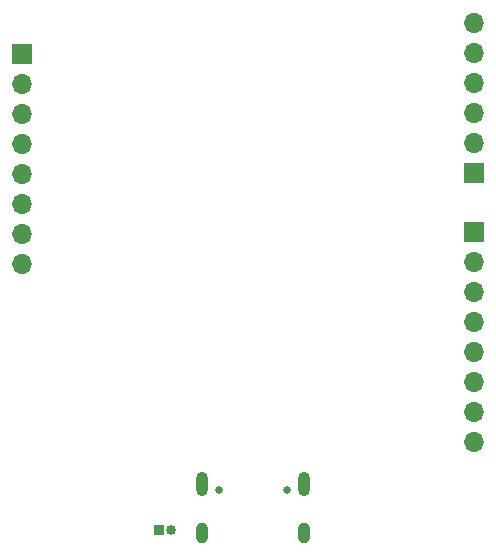
<source format=gbr>
%TF.GenerationSoftware,KiCad,Pcbnew,(5.99.0-9526-g5c17ff0595)*%
%TF.CreationDate,2021-04-11T14:24:37-05:00*%
%TF.ProjectId,DualingDev-S2,4475616c-696e-4674-9465-762d53322e6b,rev?*%
%TF.SameCoordinates,Original*%
%TF.FileFunction,Soldermask,Bot*%
%TF.FilePolarity,Negative*%
%FSLAX46Y46*%
G04 Gerber Fmt 4.6, Leading zero omitted, Abs format (unit mm)*
G04 Created by KiCad (PCBNEW (5.99.0-9526-g5c17ff0595)) date 2021-04-11 14:24:37*
%MOMM*%
%LPD*%
G01*
G04 APERTURE LIST*
%ADD10O,0.850000X0.850000*%
%ADD11R,0.850000X0.850000*%
%ADD12R,1.700000X1.700000*%
%ADD13O,1.700000X1.700000*%
%ADD14C,0.650000*%
%ADD15O,1.000000X1.800000*%
%ADD16O,1.000000X2.100000*%
G04 APERTURE END LIST*
D10*
%TO.C,J4*%
X137700000Y-113000000D03*
D11*
X136700000Y-113000000D03*
%TD*%
D12*
%TO.C,J2*%
X125050000Y-72710000D03*
D13*
X125050000Y-75250000D03*
X125050000Y-77790000D03*
X125050000Y-80330000D03*
X125050000Y-82870000D03*
X125050000Y-85410000D03*
X125050000Y-87950000D03*
X125050000Y-90490000D03*
%TD*%
D12*
%TO.C,J1*%
X163350000Y-82750000D03*
D13*
X163350000Y-80210000D03*
X163350000Y-77670000D03*
X163350000Y-75130000D03*
X163350000Y-72590000D03*
X163350000Y-70050000D03*
%TD*%
D12*
%TO.C,J3*%
X163350000Y-87805000D03*
D13*
X163350000Y-90345000D03*
X163350000Y-92885000D03*
X163350000Y-95425000D03*
X163350000Y-97965000D03*
X163350000Y-100505000D03*
X163350000Y-103045000D03*
X163350000Y-105585000D03*
%TD*%
D14*
%TO.C,P1*%
X147490000Y-109612500D03*
X141710000Y-109612500D03*
D15*
X140280000Y-113262500D03*
D16*
X148920000Y-109112500D03*
X140280000Y-109112500D03*
D15*
X148920000Y-113262500D03*
%TD*%
M02*

</source>
